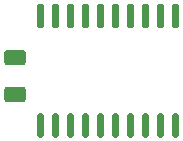
<source format=gbr>
%TF.GenerationSoftware,KiCad,Pcbnew,5.1.12-5.1.12*%
%TF.CreationDate,2022-01-05T19:05:45+02:00*%
%TF.ProjectId,gb_1_0_pico,67625f31-5f30-45f7-9069-636f2e6b6963,rev?*%
%TF.SameCoordinates,Original*%
%TF.FileFunction,Paste,Bot*%
%TF.FilePolarity,Positive*%
%FSLAX46Y46*%
G04 Gerber Fmt 4.6, Leading zero omitted, Abs format (unit mm)*
G04 Created by KiCad (PCBNEW 5.1.12-5.1.12) date 2022-01-05 19:05:45*
%MOMM*%
%LPD*%
G01*
G04 APERTURE LIST*
G04 APERTURE END LIST*
%TO.C,C6*%
G36*
G01*
X97678001Y-112080000D02*
X96377999Y-112080000D01*
G75*
G02*
X96128000Y-111830001I0J249999D01*
G01*
X96128000Y-111004999D01*
G75*
G02*
X96377999Y-110755000I249999J0D01*
G01*
X97678001Y-110755000D01*
G75*
G02*
X97928000Y-111004999I0J-249999D01*
G01*
X97928000Y-111830001D01*
G75*
G02*
X97678001Y-112080000I-249999J0D01*
G01*
G37*
G36*
G01*
X97678001Y-108955000D02*
X96377999Y-108955000D01*
G75*
G02*
X96128000Y-108705001I0J249999D01*
G01*
X96128000Y-107879999D01*
G75*
G02*
X96377999Y-107630000I249999J0D01*
G01*
X97678001Y-107630000D01*
G75*
G02*
X97928000Y-107879999I0J-249999D01*
G01*
X97928000Y-108705001D01*
G75*
G02*
X97678001Y-108955000I-249999J0D01*
G01*
G37*
%TD*%
%TO.C,U2*%
G36*
G01*
X99037000Y-103721000D02*
X99337000Y-103721000D01*
G75*
G02*
X99487000Y-103871000I0J-150000D01*
G01*
X99487000Y-105621000D01*
G75*
G02*
X99337000Y-105771000I-150000J0D01*
G01*
X99037000Y-105771000D01*
G75*
G02*
X98887000Y-105621000I0J150000D01*
G01*
X98887000Y-103871000D01*
G75*
G02*
X99037000Y-103721000I150000J0D01*
G01*
G37*
G36*
G01*
X100307000Y-103721000D02*
X100607000Y-103721000D01*
G75*
G02*
X100757000Y-103871000I0J-150000D01*
G01*
X100757000Y-105621000D01*
G75*
G02*
X100607000Y-105771000I-150000J0D01*
G01*
X100307000Y-105771000D01*
G75*
G02*
X100157000Y-105621000I0J150000D01*
G01*
X100157000Y-103871000D01*
G75*
G02*
X100307000Y-103721000I150000J0D01*
G01*
G37*
G36*
G01*
X101577000Y-103721000D02*
X101877000Y-103721000D01*
G75*
G02*
X102027000Y-103871000I0J-150000D01*
G01*
X102027000Y-105621000D01*
G75*
G02*
X101877000Y-105771000I-150000J0D01*
G01*
X101577000Y-105771000D01*
G75*
G02*
X101427000Y-105621000I0J150000D01*
G01*
X101427000Y-103871000D01*
G75*
G02*
X101577000Y-103721000I150000J0D01*
G01*
G37*
G36*
G01*
X102847000Y-103721000D02*
X103147000Y-103721000D01*
G75*
G02*
X103297000Y-103871000I0J-150000D01*
G01*
X103297000Y-105621000D01*
G75*
G02*
X103147000Y-105771000I-150000J0D01*
G01*
X102847000Y-105771000D01*
G75*
G02*
X102697000Y-105621000I0J150000D01*
G01*
X102697000Y-103871000D01*
G75*
G02*
X102847000Y-103721000I150000J0D01*
G01*
G37*
G36*
G01*
X104117000Y-103721000D02*
X104417000Y-103721000D01*
G75*
G02*
X104567000Y-103871000I0J-150000D01*
G01*
X104567000Y-105621000D01*
G75*
G02*
X104417000Y-105771000I-150000J0D01*
G01*
X104117000Y-105771000D01*
G75*
G02*
X103967000Y-105621000I0J150000D01*
G01*
X103967000Y-103871000D01*
G75*
G02*
X104117000Y-103721000I150000J0D01*
G01*
G37*
G36*
G01*
X105387000Y-103721000D02*
X105687000Y-103721000D01*
G75*
G02*
X105837000Y-103871000I0J-150000D01*
G01*
X105837000Y-105621000D01*
G75*
G02*
X105687000Y-105771000I-150000J0D01*
G01*
X105387000Y-105771000D01*
G75*
G02*
X105237000Y-105621000I0J150000D01*
G01*
X105237000Y-103871000D01*
G75*
G02*
X105387000Y-103721000I150000J0D01*
G01*
G37*
G36*
G01*
X106657000Y-103721000D02*
X106957000Y-103721000D01*
G75*
G02*
X107107000Y-103871000I0J-150000D01*
G01*
X107107000Y-105621000D01*
G75*
G02*
X106957000Y-105771000I-150000J0D01*
G01*
X106657000Y-105771000D01*
G75*
G02*
X106507000Y-105621000I0J150000D01*
G01*
X106507000Y-103871000D01*
G75*
G02*
X106657000Y-103721000I150000J0D01*
G01*
G37*
G36*
G01*
X107927000Y-103721000D02*
X108227000Y-103721000D01*
G75*
G02*
X108377000Y-103871000I0J-150000D01*
G01*
X108377000Y-105621000D01*
G75*
G02*
X108227000Y-105771000I-150000J0D01*
G01*
X107927000Y-105771000D01*
G75*
G02*
X107777000Y-105621000I0J150000D01*
G01*
X107777000Y-103871000D01*
G75*
G02*
X107927000Y-103721000I150000J0D01*
G01*
G37*
G36*
G01*
X109197000Y-103721000D02*
X109497000Y-103721000D01*
G75*
G02*
X109647000Y-103871000I0J-150000D01*
G01*
X109647000Y-105621000D01*
G75*
G02*
X109497000Y-105771000I-150000J0D01*
G01*
X109197000Y-105771000D01*
G75*
G02*
X109047000Y-105621000I0J150000D01*
G01*
X109047000Y-103871000D01*
G75*
G02*
X109197000Y-103721000I150000J0D01*
G01*
G37*
G36*
G01*
X110467000Y-103721000D02*
X110767000Y-103721000D01*
G75*
G02*
X110917000Y-103871000I0J-150000D01*
G01*
X110917000Y-105621000D01*
G75*
G02*
X110767000Y-105771000I-150000J0D01*
G01*
X110467000Y-105771000D01*
G75*
G02*
X110317000Y-105621000I0J150000D01*
G01*
X110317000Y-103871000D01*
G75*
G02*
X110467000Y-103721000I150000J0D01*
G01*
G37*
G36*
G01*
X110467000Y-113021000D02*
X110767000Y-113021000D01*
G75*
G02*
X110917000Y-113171000I0J-150000D01*
G01*
X110917000Y-114921000D01*
G75*
G02*
X110767000Y-115071000I-150000J0D01*
G01*
X110467000Y-115071000D01*
G75*
G02*
X110317000Y-114921000I0J150000D01*
G01*
X110317000Y-113171000D01*
G75*
G02*
X110467000Y-113021000I150000J0D01*
G01*
G37*
G36*
G01*
X109197000Y-113021000D02*
X109497000Y-113021000D01*
G75*
G02*
X109647000Y-113171000I0J-150000D01*
G01*
X109647000Y-114921000D01*
G75*
G02*
X109497000Y-115071000I-150000J0D01*
G01*
X109197000Y-115071000D01*
G75*
G02*
X109047000Y-114921000I0J150000D01*
G01*
X109047000Y-113171000D01*
G75*
G02*
X109197000Y-113021000I150000J0D01*
G01*
G37*
G36*
G01*
X107927000Y-113021000D02*
X108227000Y-113021000D01*
G75*
G02*
X108377000Y-113171000I0J-150000D01*
G01*
X108377000Y-114921000D01*
G75*
G02*
X108227000Y-115071000I-150000J0D01*
G01*
X107927000Y-115071000D01*
G75*
G02*
X107777000Y-114921000I0J150000D01*
G01*
X107777000Y-113171000D01*
G75*
G02*
X107927000Y-113021000I150000J0D01*
G01*
G37*
G36*
G01*
X106657000Y-113021000D02*
X106957000Y-113021000D01*
G75*
G02*
X107107000Y-113171000I0J-150000D01*
G01*
X107107000Y-114921000D01*
G75*
G02*
X106957000Y-115071000I-150000J0D01*
G01*
X106657000Y-115071000D01*
G75*
G02*
X106507000Y-114921000I0J150000D01*
G01*
X106507000Y-113171000D01*
G75*
G02*
X106657000Y-113021000I150000J0D01*
G01*
G37*
G36*
G01*
X105387000Y-113021000D02*
X105687000Y-113021000D01*
G75*
G02*
X105837000Y-113171000I0J-150000D01*
G01*
X105837000Y-114921000D01*
G75*
G02*
X105687000Y-115071000I-150000J0D01*
G01*
X105387000Y-115071000D01*
G75*
G02*
X105237000Y-114921000I0J150000D01*
G01*
X105237000Y-113171000D01*
G75*
G02*
X105387000Y-113021000I150000J0D01*
G01*
G37*
G36*
G01*
X104117000Y-113021000D02*
X104417000Y-113021000D01*
G75*
G02*
X104567000Y-113171000I0J-150000D01*
G01*
X104567000Y-114921000D01*
G75*
G02*
X104417000Y-115071000I-150000J0D01*
G01*
X104117000Y-115071000D01*
G75*
G02*
X103967000Y-114921000I0J150000D01*
G01*
X103967000Y-113171000D01*
G75*
G02*
X104117000Y-113021000I150000J0D01*
G01*
G37*
G36*
G01*
X102847000Y-113021000D02*
X103147000Y-113021000D01*
G75*
G02*
X103297000Y-113171000I0J-150000D01*
G01*
X103297000Y-114921000D01*
G75*
G02*
X103147000Y-115071000I-150000J0D01*
G01*
X102847000Y-115071000D01*
G75*
G02*
X102697000Y-114921000I0J150000D01*
G01*
X102697000Y-113171000D01*
G75*
G02*
X102847000Y-113021000I150000J0D01*
G01*
G37*
G36*
G01*
X101577000Y-113021000D02*
X101877000Y-113021000D01*
G75*
G02*
X102027000Y-113171000I0J-150000D01*
G01*
X102027000Y-114921000D01*
G75*
G02*
X101877000Y-115071000I-150000J0D01*
G01*
X101577000Y-115071000D01*
G75*
G02*
X101427000Y-114921000I0J150000D01*
G01*
X101427000Y-113171000D01*
G75*
G02*
X101577000Y-113021000I150000J0D01*
G01*
G37*
G36*
G01*
X100307000Y-113021000D02*
X100607000Y-113021000D01*
G75*
G02*
X100757000Y-113171000I0J-150000D01*
G01*
X100757000Y-114921000D01*
G75*
G02*
X100607000Y-115071000I-150000J0D01*
G01*
X100307000Y-115071000D01*
G75*
G02*
X100157000Y-114921000I0J150000D01*
G01*
X100157000Y-113171000D01*
G75*
G02*
X100307000Y-113021000I150000J0D01*
G01*
G37*
G36*
G01*
X99037000Y-113021000D02*
X99337000Y-113021000D01*
G75*
G02*
X99487000Y-113171000I0J-150000D01*
G01*
X99487000Y-114921000D01*
G75*
G02*
X99337000Y-115071000I-150000J0D01*
G01*
X99037000Y-115071000D01*
G75*
G02*
X98887000Y-114921000I0J150000D01*
G01*
X98887000Y-113171000D01*
G75*
G02*
X99037000Y-113021000I150000J0D01*
G01*
G37*
%TD*%
M02*

</source>
